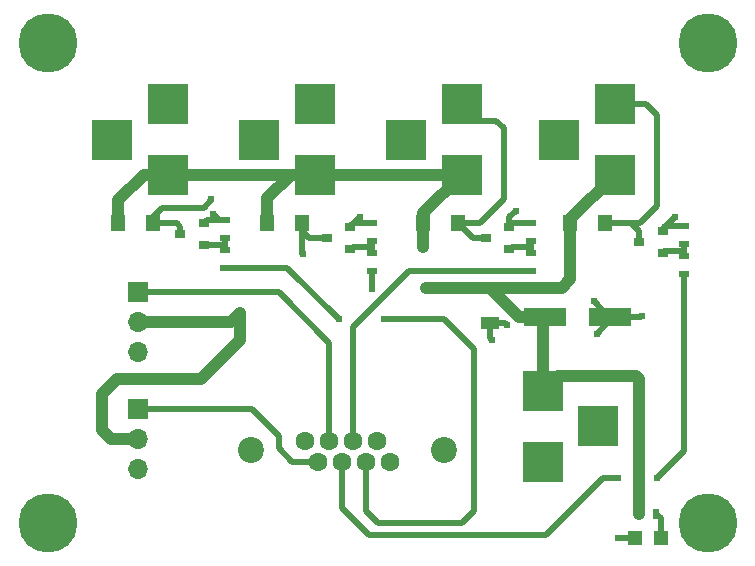
<source format=gbr>
G04 #@! TF.FileFunction,Copper,L1,Top,Signal*
%FSLAX46Y46*%
G04 Gerber Fmt 4.6, Leading zero omitted, Abs format (unit mm)*
G04 Created by KiCad (PCBNEW 4.0.7) date 04/02/18 06:39:33*
%MOMM*%
%LPD*%
G01*
G04 APERTURE LIST*
%ADD10C,0.100000*%
%ADD11R,1.600000X1.000000*%
%ADD12R,3.599200X1.600200*%
%ADD13R,1.300000X1.400000*%
%ADD14C,2.200000*%
%ADD15C,1.600000*%
%ADD16R,1.700000X1.700000*%
%ADD17O,1.700000X1.700000*%
%ADD18R,0.900000X0.800000*%
%ADD19R,1.200000X1.200000*%
%ADD20R,0.900000X0.500000*%
%ADD21R,0.500000X0.900000*%
%ADD22R,3.500000X3.500000*%
%ADD23C,5.000000*%
%ADD24C,1.016000*%
%ADD25C,0.609600*%
%ADD26C,1.016000*%
%ADD27C,0.500000*%
%ADD28C,0.508000*%
G04 APERTURE END LIST*
D10*
D11*
X65405000Y-48665000D03*
X65405000Y-51665000D03*
D12*
X70071000Y-51130200D03*
X75572600Y-51130200D03*
D13*
X33930000Y-43180000D03*
X36830000Y-43180000D03*
X59764000Y-43180000D03*
X62664000Y-43180000D03*
X46556000Y-43180000D03*
X49456000Y-43180000D03*
X72210000Y-43180000D03*
X75110000Y-43180000D03*
D14*
X45210000Y-62360000D03*
X61470000Y-62360000D03*
D15*
X52840000Y-63380000D03*
X54870000Y-63380000D03*
X51810000Y-61600000D03*
X53840000Y-61600000D03*
X49780000Y-61600000D03*
X50810000Y-63380000D03*
X55870000Y-61600000D03*
X56900000Y-63380000D03*
D16*
X35560000Y-49022000D03*
D17*
X35560000Y-51562000D03*
X35560000Y-54102000D03*
D16*
X35560000Y-58928000D03*
D17*
X35560000Y-61468000D03*
X35560000Y-64008000D03*
D18*
X41180000Y-45080000D03*
X41180000Y-43180000D03*
X39180000Y-44130000D03*
X53578000Y-45400000D03*
X53578000Y-43500000D03*
X51578000Y-44450000D03*
X67040000Y-45400000D03*
X67040000Y-43500000D03*
X65040000Y-44450000D03*
X80010000Y-45720000D03*
X80010000Y-43820000D03*
X78010000Y-44770000D03*
D19*
X79840000Y-69850000D03*
X77640000Y-69850000D03*
D20*
X42926000Y-45478000D03*
X42926000Y-46978000D03*
X42926000Y-42938000D03*
X42926000Y-44438000D03*
X55372000Y-45732000D03*
X55372000Y-47232000D03*
X55372000Y-43192000D03*
X55372000Y-44692000D03*
X68834000Y-45732000D03*
X68834000Y-47232000D03*
X68834000Y-43192000D03*
X68834000Y-44692000D03*
X81788000Y-45986000D03*
X81788000Y-47486000D03*
X81788000Y-43446000D03*
X81788000Y-44946000D03*
D21*
X77990000Y-67818000D03*
X79490000Y-67818000D03*
D22*
X69850000Y-57404000D03*
X69850000Y-63404000D03*
X74550000Y-60404000D03*
X38100000Y-39116000D03*
X38100000Y-33116000D03*
X33400000Y-36116000D03*
X50546000Y-39116000D03*
X50546000Y-33116000D03*
X45846000Y-36116000D03*
X62992000Y-39116000D03*
X62992000Y-33116000D03*
X58292000Y-36116000D03*
X75946000Y-39116000D03*
X75946000Y-33116000D03*
X71246000Y-36116000D03*
D23*
X27940000Y-27940000D03*
X83820000Y-27940000D03*
X27940000Y-68580000D03*
X83820000Y-68580000D03*
D24*
X44196000Y-50800000D03*
X59944000Y-48665000D03*
X59690000Y-45212000D03*
D25*
X65532000Y-53086000D03*
X76200000Y-69850000D03*
X41910000Y-42418000D03*
X54356000Y-42672000D03*
X74422000Y-52578000D03*
X78232000Y-51054000D03*
X74168000Y-49784000D03*
X66802000Y-51816000D03*
X67564000Y-42164000D03*
X81026000Y-42672000D03*
X79502000Y-64770000D03*
X76200000Y-64770000D03*
X55372000Y-48768000D03*
X56388000Y-51308000D03*
X52578000Y-51308000D03*
X41783000Y-41148000D03*
X49530000Y-45847000D03*
D26*
X77990000Y-67818000D02*
X77990000Y-56400000D01*
X77724000Y-56134000D02*
X71120000Y-56134000D01*
X77990000Y-56400000D02*
X77724000Y-56134000D01*
X71120000Y-56134000D02*
X69850000Y-57404000D01*
X44196000Y-50800000D02*
X44196000Y-53086000D01*
X33274000Y-61468000D02*
X35560000Y-61468000D01*
X32512000Y-60706000D02*
X33274000Y-61468000D01*
X32512000Y-57658000D02*
X32512000Y-60706000D01*
X33782000Y-56388000D02*
X32512000Y-57658000D01*
X40894000Y-56388000D02*
X33782000Y-56388000D01*
X44196000Y-53086000D02*
X40894000Y-56388000D01*
X43434000Y-51562000D02*
X35560000Y-51562000D01*
X44196000Y-50800000D02*
X43434000Y-51562000D01*
X59764000Y-43180000D02*
X59764000Y-45212000D01*
X59690000Y-45212000D02*
X59764000Y-45212000D01*
X38100000Y-39116000D02*
X36068000Y-39116000D01*
X33930000Y-41254000D02*
X33930000Y-43180000D01*
X36068000Y-39116000D02*
X33930000Y-41254000D01*
X50546000Y-39116000D02*
X48514000Y-39116000D01*
X46556000Y-41074000D02*
X46556000Y-43180000D01*
X48514000Y-39116000D02*
X46556000Y-41074000D01*
X50546000Y-39116000D02*
X38100000Y-39116000D01*
X59764000Y-43180000D02*
X59764000Y-42344000D01*
X59764000Y-42344000D02*
X62992000Y-39116000D01*
X65405000Y-48665000D02*
X59944000Y-48665000D01*
X72210000Y-43180000D02*
X72210000Y-42852000D01*
X72210000Y-42852000D02*
X75946000Y-39116000D01*
X65405000Y-48665000D02*
X71477000Y-48665000D01*
X72210000Y-47932000D02*
X72210000Y-43180000D01*
X71477000Y-48665000D02*
X72210000Y-47932000D01*
X70071000Y-51130200D02*
X67870200Y-51130200D01*
X67870200Y-51130200D02*
X65405000Y-48665000D01*
X69850000Y-57404000D02*
X69850000Y-51351200D01*
X69850000Y-51351200D02*
X70071000Y-51130200D01*
X62992000Y-39116000D02*
X50546000Y-39116000D01*
D27*
X61341000Y-39116000D02*
X62992000Y-39116000D01*
X70071000Y-50767000D02*
X70071000Y-51130200D01*
X70071000Y-57183000D02*
X69850000Y-57404000D01*
D28*
X65405000Y-51665000D02*
X65405000Y-52959000D01*
X65405000Y-52959000D02*
X65532000Y-53086000D01*
X77640000Y-69850000D02*
X76200000Y-69850000D01*
X42926000Y-42938000D02*
X42430000Y-42938000D01*
X42430000Y-42938000D02*
X41910000Y-42418000D01*
X53578000Y-43500000D02*
X53578000Y-43450000D01*
X53578000Y-43450000D02*
X54356000Y-42672000D01*
X75572600Y-51130200D02*
X75572600Y-51427400D01*
X75572600Y-51427400D02*
X74422000Y-52578000D01*
X75572600Y-51130200D02*
X78155800Y-51130200D01*
X78155800Y-51130200D02*
X78232000Y-51054000D01*
X75572600Y-51130200D02*
X75514200Y-51130200D01*
X75514200Y-51130200D02*
X74168000Y-49784000D01*
X65405000Y-51665000D02*
X66651000Y-51665000D01*
X66651000Y-51665000D02*
X66802000Y-51816000D01*
X67040000Y-43500000D02*
X67040000Y-42688000D01*
X67040000Y-42688000D02*
X67564000Y-42164000D01*
X80010000Y-43820000D02*
X80010000Y-43688000D01*
X80010000Y-43688000D02*
X81026000Y-42672000D01*
D27*
X42926000Y-42938000D02*
X41422000Y-42938000D01*
X41422000Y-42938000D02*
X41180000Y-43180000D01*
X55372000Y-43192000D02*
X53886000Y-43192000D01*
X53886000Y-43192000D02*
X53578000Y-43500000D01*
X68834000Y-43192000D02*
X67348000Y-43192000D01*
X67348000Y-43192000D02*
X67040000Y-43500000D01*
X80010000Y-43688000D02*
X80252000Y-43446000D01*
X80252000Y-43446000D02*
X81788000Y-43446000D01*
D28*
X52840000Y-63380000D02*
X52840000Y-67318000D01*
X81788000Y-62484000D02*
X81788000Y-47486000D01*
X79502000Y-64770000D02*
X81788000Y-62484000D01*
X74930000Y-64770000D02*
X76200000Y-64770000D01*
X70104000Y-69596000D02*
X74930000Y-64770000D01*
X55118000Y-69596000D02*
X70104000Y-69596000D01*
X52840000Y-67318000D02*
X55118000Y-69596000D01*
X54870000Y-63380000D02*
X54870000Y-67558000D01*
X55372000Y-48768000D02*
X55372000Y-47232000D01*
X61468000Y-51308000D02*
X56388000Y-51308000D01*
X64008000Y-53848000D02*
X61468000Y-51308000D01*
X64008000Y-67564000D02*
X64008000Y-53848000D01*
X62992000Y-68580000D02*
X64008000Y-67564000D01*
X55892000Y-68580000D02*
X62992000Y-68580000D01*
X54870000Y-67558000D02*
X55892000Y-68580000D01*
X51810000Y-61600000D02*
X51810000Y-53334000D01*
X47498000Y-49022000D02*
X35560000Y-49022000D01*
X51810000Y-53334000D02*
X47498000Y-49022000D01*
D27*
X53840000Y-61600000D02*
X53840000Y-51951000D01*
X58559000Y-47232000D02*
X68834000Y-47232000D01*
X53840000Y-51951000D02*
X58559000Y-47232000D01*
D28*
X50810000Y-63380000D02*
X48648000Y-63380000D01*
X45212000Y-58928000D02*
X35560000Y-58928000D01*
X47498000Y-61214000D02*
X45212000Y-58928000D01*
X47498000Y-62230000D02*
X47498000Y-61214000D01*
X48648000Y-63380000D02*
X47498000Y-62230000D01*
X48248000Y-46978000D02*
X42926000Y-46978000D01*
X52578000Y-51308000D02*
X48248000Y-46978000D01*
D27*
X36830000Y-43180000D02*
X36830000Y-42672000D01*
X36830000Y-42672000D02*
X37592000Y-41910000D01*
X41783000Y-41275000D02*
X41783000Y-41148000D01*
X41148000Y-41910000D02*
X41783000Y-41275000D01*
X37592000Y-41910000D02*
X41148000Y-41910000D01*
X36830000Y-43180000D02*
X38862000Y-43180000D01*
X39180000Y-43498000D02*
X39180000Y-44130000D01*
X38862000Y-43180000D02*
X39180000Y-43498000D01*
X62664000Y-43180000D02*
X64516000Y-43180000D01*
X65913000Y-34544000D02*
X64420000Y-34544000D01*
X66548000Y-35179000D02*
X65913000Y-34544000D01*
X66548000Y-41148000D02*
X66548000Y-35179000D01*
X64516000Y-43180000D02*
X66548000Y-41148000D01*
X64420000Y-34544000D02*
X62992000Y-33116000D01*
X65040000Y-44450000D02*
X63934000Y-44450000D01*
X63934000Y-44450000D02*
X62664000Y-43180000D01*
X49456000Y-43180000D02*
X49456000Y-45773000D01*
X49456000Y-45773000D02*
X49530000Y-45847000D01*
X51578000Y-44450000D02*
X50038000Y-44450000D01*
X50038000Y-44450000D02*
X49456000Y-43868000D01*
X49456000Y-43868000D02*
X49456000Y-43180000D01*
X75946000Y-33116000D02*
X78582000Y-33116000D01*
X78105000Y-43180000D02*
X77343000Y-43180000D01*
X79502000Y-41783000D02*
X78105000Y-43180000D01*
X79502000Y-34036000D02*
X79502000Y-41783000D01*
X78582000Y-33116000D02*
X79502000Y-34036000D01*
X78010000Y-44770000D02*
X78010000Y-43847000D01*
X77343000Y-43180000D02*
X75110000Y-43180000D01*
X78010000Y-43847000D02*
X77343000Y-43180000D01*
X79840000Y-69850000D02*
X79840000Y-68168000D01*
X79840000Y-68168000D02*
X79490000Y-67818000D01*
X41180000Y-45080000D02*
X42926000Y-45080000D01*
X42921000Y-45085000D02*
X42926000Y-45085000D01*
X42926000Y-45080000D02*
X42921000Y-45085000D01*
X42926000Y-44438000D02*
X42926000Y-45085000D01*
X42926000Y-45085000D02*
X42926000Y-45478000D01*
X55372000Y-45212000D02*
X53766000Y-45212000D01*
X53766000Y-45212000D02*
X53578000Y-45400000D01*
X55372000Y-44692000D02*
X55372000Y-45212000D01*
X55372000Y-45212000D02*
X55372000Y-45732000D01*
X68834000Y-45212000D02*
X67228000Y-45212000D01*
X67228000Y-45212000D02*
X67040000Y-45400000D01*
X68834000Y-44692000D02*
X68834000Y-45212000D01*
X68834000Y-45212000D02*
X68834000Y-45732000D01*
X81788000Y-45593000D02*
X80137000Y-45593000D01*
X80137000Y-45593000D02*
X80010000Y-45720000D01*
X81788000Y-45986000D02*
X81788000Y-45593000D01*
X81788000Y-45593000D02*
X81788000Y-44946000D01*
M02*

</source>
